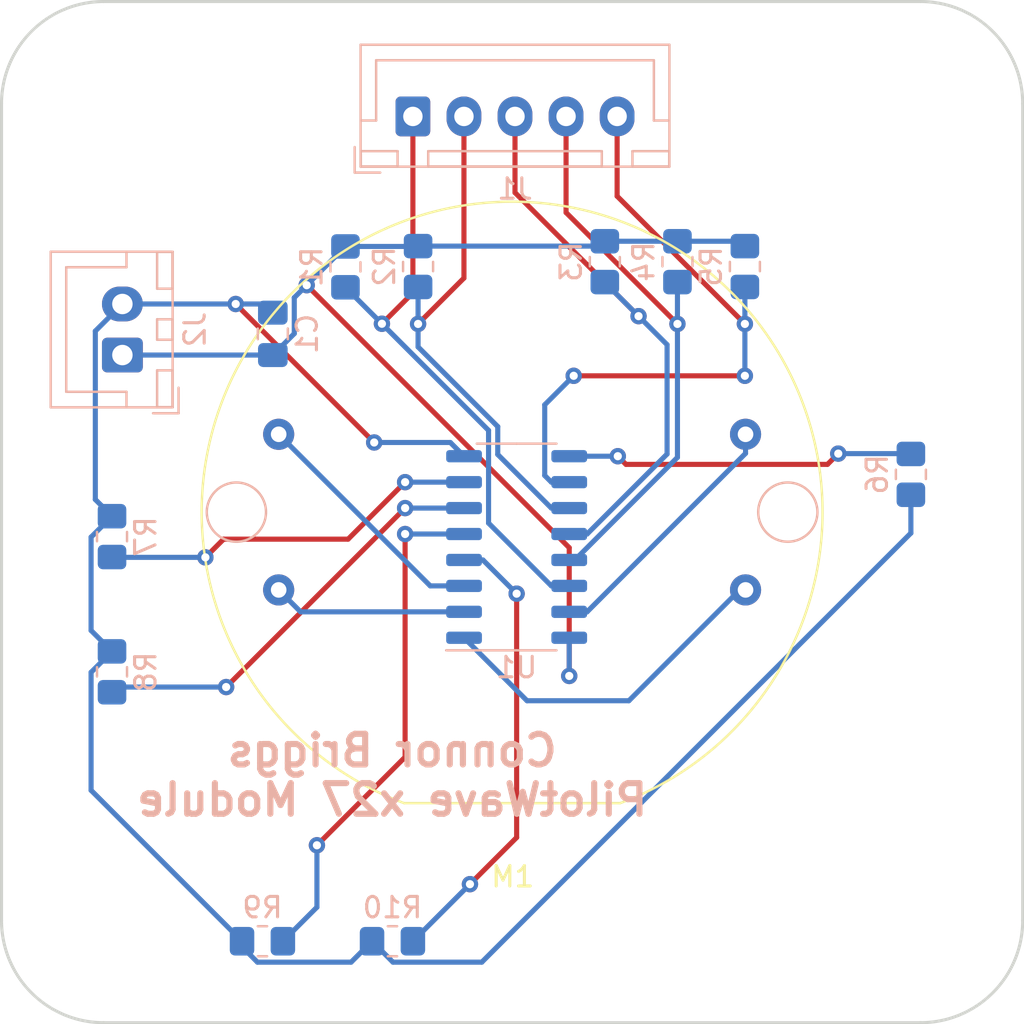
<source format=kicad_pcb>
(kicad_pcb (version 20171130) (host pcbnew 5.1.9+dfsg1-1+deb11u1)

  (general
    (thickness 1.6)
    (drawings 9)
    (tracks 148)
    (zones 0)
    (modules 19)
    (nets 17)
  )

  (page A4)
  (layers
    (0 F.Cu signal)
    (31 B.Cu signal)
    (32 B.Adhes user)
    (33 F.Adhes user)
    (34 B.Paste user)
    (35 F.Paste user)
    (36 B.SilkS user)
    (37 F.SilkS user)
    (38 B.Mask user)
    (39 F.Mask user)
    (40 Dwgs.User user)
    (41 Cmts.User user)
    (42 Eco1.User user)
    (43 Eco2.User user)
    (44 Edge.Cuts user)
    (45 Margin user)
    (46 B.CrtYd user)
    (47 F.CrtYd user)
    (48 B.Fab user)
    (49 F.Fab user)
  )

  (setup
    (last_trace_width 0.25)
    (trace_clearance 0.2)
    (zone_clearance 0.508)
    (zone_45_only no)
    (trace_min 0.2)
    (via_size 0.8)
    (via_drill 0.4)
    (via_min_size 0.4)
    (via_min_drill 0.3)
    (uvia_size 0.3)
    (uvia_drill 0.1)
    (uvias_allowed no)
    (uvia_min_size 0.2)
    (uvia_min_drill 0.1)
    (edge_width 0.05)
    (segment_width 0.2)
    (pcb_text_width 0.3)
    (pcb_text_size 1.5 1.5)
    (mod_edge_width 0.12)
    (mod_text_size 1 1)
    (mod_text_width 0.15)
    (pad_size 1.524 1.524)
    (pad_drill 0.762)
    (pad_to_mask_clearance 0)
    (aux_axis_origin 0 0)
    (visible_elements FFFFFF7F)
    (pcbplotparams
      (layerselection 0x010fc_ffffffff)
      (usegerberextensions false)
      (usegerberattributes true)
      (usegerberadvancedattributes true)
      (creategerberjobfile true)
      (excludeedgelayer true)
      (linewidth 0.100000)
      (plotframeref false)
      (viasonmask false)
      (mode 1)
      (useauxorigin false)
      (hpglpennumber 1)
      (hpglpenspeed 20)
      (hpglpendiameter 15.000000)
      (psnegative false)
      (psa4output false)
      (plotreference true)
      (plotvalue true)
      (plotinvisibletext false)
      (padsonsilk false)
      (subtractmaskfromsilk false)
      (outputformat 1)
      (mirror false)
      (drillshape 1)
      (scaleselection 1)
      (outputdirectory ""))
  )

  (net 0 "")
  (net 1 Earth)
  (net 2 +5V)
  (net 3 "Net-(J1-Pad5)")
  (net 4 "Net-(J1-Pad4)")
  (net 5 "Net-(J1-Pad3)")
  (net 6 "Net-(J1-Pad2)")
  (net 7 "Net-(J1-Pad1)")
  (net 8 "Net-(M1-Pad4)")
  (net 9 "Net-(M1-Pad3)")
  (net 10 "Net-(M1-Pad2)")
  (net 11 "Net-(M1-Pad1)")
  (net 12 "Net-(R6-Pad1)")
  (net 13 "Net-(R7-Pad1)")
  (net 14 "Net-(R8-Pad1)")
  (net 15 "Net-(R9-Pad1)")
  (net 16 "Net-(R10-Pad1)")

  (net_class Default "This is the default net class."
    (clearance 0.2)
    (trace_width 0.25)
    (via_dia 0.8)
    (via_drill 0.4)
    (uvia_dia 0.3)
    (uvia_drill 0.1)
    (add_net +5V)
    (add_net Earth)
    (add_net "Net-(J1-Pad1)")
    (add_net "Net-(J1-Pad2)")
    (add_net "Net-(J1-Pad3)")
    (add_net "Net-(J1-Pad4)")
    (add_net "Net-(J1-Pad5)")
    (add_net "Net-(M1-Pad1)")
    (add_net "Net-(M1-Pad2)")
    (add_net "Net-(M1-Pad3)")
    (add_net "Net-(M1-Pad4)")
    (add_net "Net-(R10-Pad1)")
    (add_net "Net-(R6-Pad1)")
    (add_net "Net-(R7-Pad1)")
    (add_net "Net-(R8-Pad1)")
    (add_net "Net-(R9-Pad1)")
  )

  (module MountingHole:MountingHole_4.3mm_M4_ISO14580 (layer F.Cu) (tedit 56D1B4CB) (tstamp 64CF37CF)
    (at 145 95)
    (descr "Mounting Hole 4.3mm, no annular, M4, ISO14580")
    (tags "mounting hole 4.3mm no annular m4 iso14580")
    (attr virtual)
    (fp_text reference REF** (at 0 -4.5) (layer F.SilkS) hide
      (effects (font (size 1 1) (thickness 0.15)))
    )
    (fp_text value MountingHole_4.3mm_M4_ISO14580 (at 0 4.5) (layer F.Fab) hide
      (effects (font (size 1 1) (thickness 0.15)))
    )
    (fp_text user %R (at 0.3 0) (layer F.Fab)
      (effects (font (size 1 1) (thickness 0.15)))
    )
    (fp_circle (center 0 0) (end 3.5 0) (layer Cmts.User) (width 0.15))
    (fp_circle (center 0 0) (end 3.75 0) (layer F.CrtYd) (width 0.05))
    (pad 1 np_thru_hole circle (at 0 0) (size 4.3 4.3) (drill 4.3) (layers *.Cu *.Mask))
  )

  (module MountingHole:MountingHole_4.3mm_M4_ISO14580 (layer F.Cu) (tedit 56D1B4CB) (tstamp 64CF37B2)
    (at 105 95)
    (descr "Mounting Hole 4.3mm, no annular, M4, ISO14580")
    (tags "mounting hole 4.3mm no annular m4 iso14580")
    (attr virtual)
    (fp_text reference REF** (at 0 -4.5) (layer F.SilkS) hide
      (effects (font (size 1 1) (thickness 0.15)))
    )
    (fp_text value MountingHole_4.3mm_M4_ISO14580 (at 0 4.5) (layer F.Fab) hide
      (effects (font (size 1 1) (thickness 0.15)))
    )
    (fp_text user %R (at 0.3 0) (layer F.Fab)
      (effects (font (size 1 1) (thickness 0.15)))
    )
    (fp_circle (center 0 0) (end 3.5 0) (layer Cmts.User) (width 0.15))
    (fp_circle (center 0 0) (end 3.75 0) (layer F.CrtYd) (width 0.05))
    (pad 1 np_thru_hole circle (at 0 0) (size 4.3 4.3) (drill 4.3) (layers *.Cu *.Mask))
  )

  (module MountingHole:MountingHole_4.3mm_M4_ISO14580 (layer F.Cu) (tedit 56D1B4CB) (tstamp 64CF3795)
    (at 145 55)
    (descr "Mounting Hole 4.3mm, no annular, M4, ISO14580")
    (tags "mounting hole 4.3mm no annular m4 iso14580")
    (attr virtual)
    (fp_text reference REF** (at 0 -4.5) (layer F.SilkS) hide
      (effects (font (size 1 1) (thickness 0.15)))
    )
    (fp_text value MountingHole_4.3mm_M4_ISO14580 (at 0 4.5) (layer F.Fab) hide
      (effects (font (size 1 1) (thickness 0.15)))
    )
    (fp_text user %R (at 0.3 0) (layer F.Fab)
      (effects (font (size 1 1) (thickness 0.15)))
    )
    (fp_circle (center 0 0) (end 3.5 0) (layer Cmts.User) (width 0.15))
    (fp_circle (center 0 0) (end 3.75 0) (layer F.CrtYd) (width 0.05))
    (pad 1 np_thru_hole circle (at 0 0) (size 4.3 4.3) (drill 4.3) (layers *.Cu *.Mask))
  )

  (module MountingHole:MountingHole_4.3mm_M4_ISO14580 (layer F.Cu) (tedit 56D1B4CB) (tstamp 64CF3778)
    (at 105 55)
    (descr "Mounting Hole 4.3mm, no annular, M4, ISO14580")
    (tags "mounting hole 4.3mm no annular m4 iso14580")
    (attr virtual)
    (fp_text reference REF** (at 0 -4.5) (layer F.SilkS) hide
      (effects (font (size 1 1) (thickness 0.15)))
    )
    (fp_text value MountingHole_4.3mm_M4_ISO14580 (at 0 4.5) (layer F.Fab) hide
      (effects (font (size 1 1) (thickness 0.15)))
    )
    (fp_text user %R (at 0.3 0) (layer F.Fab)
      (effects (font (size 1 1) (thickness 0.15)))
    )
    (fp_circle (center 0 0) (end 3.5 0) (layer Cmts.User) (width 0.15))
    (fp_circle (center 0 0) (end 3.75 0) (layer F.CrtYd) (width 0.05))
    (pad 1 np_thru_hole circle (at 0 0) (size 4.3 4.3) (drill 4.3) (layers *.Cu *.Mask))
  )

  (module Motors:Motor_x27-166 (layer F.Cu) (tedit 64CDD066) (tstamp 64CEEA1B)
    (at 125 75)
    (path /64DDC92C)
    (fp_text reference M1 (at 0.03 17.85) (layer F.SilkS)
      (effects (font (size 1 1) (thickness 0.15)))
    )
    (fp_text value x27_Stepper (at -0.02 16.28) (layer F.Fab)
      (effects (font (size 1 1) (thickness 0.15)))
    )
    (fp_arc (start 0 0) (end 5.289376 14.25) (angle -319.3) (layer F.SilkS) (width 0.12))
    (fp_circle (center -13.5 0) (end -12.05 0) (layer B.SilkS) (width 0.12))
    (fp_circle (center 13.5 0) (end 14.95 0) (layer B.SilkS) (width 0.12))
    (fp_line (start -5.289376 14.25) (end 5.289376 14.25) (layer F.SilkS) (width 0.12))
    (pad "" np_thru_hole circle (at 13.5 0) (size 1.85 1.85) (drill 1.85) (layers *.Cu *.Mask))
    (pad "" np_thru_hole circle (at -13.5 0) (size 2 2) (drill 2) (layers *.Cu *.Mask))
    (pad 4 thru_hole circle (at -11.43 -3.81) (size 1.524 1.524) (drill 0.762) (layers *.Cu *.Mask)
      (net 8 "Net-(M1-Pad4)"))
    (pad 3 thru_hole circle (at -11.43 3.81) (size 1.524 1.524) (drill 0.762) (layers *.Cu *.Mask)
      (net 9 "Net-(M1-Pad3)"))
    (pad 2 thru_hole circle (at 11.43 3.81) (size 1.524 1.524) (drill 0.762) (layers *.Cu *.Mask)
      (net 10 "Net-(M1-Pad2)"))
    (pad 1 thru_hole circle (at 11.43 -3.81) (size 1.524 1.524) (drill 0.762) (layers *.Cu *.Mask)
      (net 11 "Net-(M1-Pad1)"))
    (pad "" np_thru_hole circle (at 9 9) (size 2.8 2.8) (drill 2.8) (layers *.Cu *.Mask))
    (pad "" np_thru_hole circle (at 0 -10) (size 4.3 4.3) (drill 4.3) (layers *.Cu *.Mask))
  )

  (module Package_SO:SO-16_3.9x9.9mm_P1.27mm (layer B.Cu) (tedit 5E888720) (tstamp 64CEEAE7)
    (at 125.222 76.708)
    (descr "SO, 16 Pin (https://www.nxp.com/docs/en/package-information/SOT109-1.pdf), generated with kicad-footprint-generator ipc_gullwing_generator.py")
    (tags "SO SO")
    (path /64DDD829)
    (attr smd)
    (fp_text reference U1 (at 0 5.9) (layer B.SilkS)
      (effects (font (size 1 1) (thickness 0.15)) (justify mirror))
    )
    (fp_text value 74HC595 (at 0 -5.9) (layer B.Fab)
      (effects (font (size 1 1) (thickness 0.15)) (justify mirror))
    )
    (fp_text user %R (at 0 0) (layer B.Fab)
      (effects (font (size 0.98 0.98) (thickness 0.15)) (justify mirror))
    )
    (fp_line (start 0 -5.06) (end 1.95 -5.06) (layer B.SilkS) (width 0.12))
    (fp_line (start 0 -5.06) (end -1.95 -5.06) (layer B.SilkS) (width 0.12))
    (fp_line (start 0 5.06) (end 1.95 5.06) (layer B.SilkS) (width 0.12))
    (fp_line (start 0 5.06) (end -3.45 5.06) (layer B.SilkS) (width 0.12))
    (fp_line (start -0.975 4.95) (end 1.95 4.95) (layer B.Fab) (width 0.1))
    (fp_line (start 1.95 4.95) (end 1.95 -4.95) (layer B.Fab) (width 0.1))
    (fp_line (start 1.95 -4.95) (end -1.95 -4.95) (layer B.Fab) (width 0.1))
    (fp_line (start -1.95 -4.95) (end -1.95 3.975) (layer B.Fab) (width 0.1))
    (fp_line (start -1.95 3.975) (end -0.975 4.95) (layer B.Fab) (width 0.1))
    (fp_line (start -3.7 5.2) (end -3.7 -5.2) (layer B.CrtYd) (width 0.05))
    (fp_line (start -3.7 -5.2) (end 3.7 -5.2) (layer B.CrtYd) (width 0.05))
    (fp_line (start 3.7 -5.2) (end 3.7 5.2) (layer B.CrtYd) (width 0.05))
    (fp_line (start 3.7 5.2) (end -3.7 5.2) (layer B.CrtYd) (width 0.05))
    (pad 16 smd roundrect (at 2.575 4.445) (size 1.75 0.6) (layers B.Cu B.Paste B.Mask) (roundrect_rratio 0.25)
      (net 2 +5V))
    (pad 15 smd roundrect (at 2.575 3.175) (size 1.75 0.6) (layers B.Cu B.Paste B.Mask) (roundrect_rratio 0.25)
      (net 11 "Net-(M1-Pad1)"))
    (pad 14 smd roundrect (at 2.575 1.905) (size 1.75 0.6) (layers B.Cu B.Paste B.Mask) (roundrect_rratio 0.25)
      (net 7 "Net-(J1-Pad1)"))
    (pad 13 smd roundrect (at 2.575 0.635) (size 1.75 0.6) (layers B.Cu B.Paste B.Mask) (roundrect_rratio 0.25)
      (net 4 "Net-(J1-Pad4)"))
    (pad 12 smd roundrect (at 2.575 -0.635) (size 1.75 0.6) (layers B.Cu B.Paste B.Mask) (roundrect_rratio 0.25)
      (net 5 "Net-(J1-Pad3)"))
    (pad 11 smd roundrect (at 2.575 -1.905) (size 1.75 0.6) (layers B.Cu B.Paste B.Mask) (roundrect_rratio 0.25)
      (net 6 "Net-(J1-Pad2)"))
    (pad 10 smd roundrect (at 2.575 -3.175) (size 1.75 0.6) (layers B.Cu B.Paste B.Mask) (roundrect_rratio 0.25)
      (net 3 "Net-(J1-Pad5)"))
    (pad 9 smd roundrect (at 2.575 -4.445) (size 1.75 0.6) (layers B.Cu B.Paste B.Mask) (roundrect_rratio 0.25)
      (net 12 "Net-(R6-Pad1)"))
    (pad 8 smd roundrect (at -2.575 -4.445) (size 1.75 0.6) (layers B.Cu B.Paste B.Mask) (roundrect_rratio 0.25)
      (net 1 Earth))
    (pad 7 smd roundrect (at -2.575 -3.175) (size 1.75 0.6) (layers B.Cu B.Paste B.Mask) (roundrect_rratio 0.25)
      (net 13 "Net-(R7-Pad1)"))
    (pad 6 smd roundrect (at -2.575 -1.905) (size 1.75 0.6) (layers B.Cu B.Paste B.Mask) (roundrect_rratio 0.25)
      (net 14 "Net-(R8-Pad1)"))
    (pad 5 smd roundrect (at -2.575 -0.635) (size 1.75 0.6) (layers B.Cu B.Paste B.Mask) (roundrect_rratio 0.25)
      (net 15 "Net-(R9-Pad1)"))
    (pad 4 smd roundrect (at -2.575 0.635) (size 1.75 0.6) (layers B.Cu B.Paste B.Mask) (roundrect_rratio 0.25)
      (net 16 "Net-(R10-Pad1)"))
    (pad 3 smd roundrect (at -2.575 1.905) (size 1.75 0.6) (layers B.Cu B.Paste B.Mask) (roundrect_rratio 0.25)
      (net 8 "Net-(M1-Pad4)"))
    (pad 2 smd roundrect (at -2.575 3.175) (size 1.75 0.6) (layers B.Cu B.Paste B.Mask) (roundrect_rratio 0.25)
      (net 9 "Net-(M1-Pad3)"))
    (pad 1 smd roundrect (at -2.575 4.445) (size 1.75 0.6) (layers B.Cu B.Paste B.Mask) (roundrect_rratio 0.25)
      (net 10 "Net-(M1-Pad2)"))
    (model ${KISYS3DMOD}/Package_SO.3dshapes/SO-16_3.9x9.9mm_P1.27mm.wrl
      (at (xyz 0 0 0))
      (scale (xyz 1 1 1))
      (rotate (xyz 0 0 0))
    )
  )

  (module Resistor_SMD:R_0805_2012Metric_Pad1.20x1.40mm_HandSolder (layer B.Cu) (tedit 5F68FEEE) (tstamp 64CEEAC5)
    (at 119.142 96.012 180)
    (descr "Resistor SMD 0805 (2012 Metric), square (rectangular) end terminal, IPC_7351 nominal with elongated pad for handsoldering. (Body size source: IPC-SM-782 page 72, https://www.pcb-3d.com/wordpress/wp-content/uploads/ipc-sm-782a_amendment_1_and_2.pdf), generated with kicad-footprint-generator")
    (tags "resistor handsolder")
    (path /64E029C8)
    (attr smd)
    (fp_text reference R10 (at 0 1.65) (layer B.SilkS)
      (effects (font (size 1 1) (thickness 0.15)) (justify mirror))
    )
    (fp_text value 1K (at 0 -1.65) (layer B.Fab)
      (effects (font (size 1 1) (thickness 0.15)) (justify mirror))
    )
    (fp_text user %R (at 0 0) (layer B.Fab)
      (effects (font (size 0.5 0.5) (thickness 0.08)) (justify mirror))
    )
    (fp_line (start -1 -0.625) (end -1 0.625) (layer B.Fab) (width 0.1))
    (fp_line (start -1 0.625) (end 1 0.625) (layer B.Fab) (width 0.1))
    (fp_line (start 1 0.625) (end 1 -0.625) (layer B.Fab) (width 0.1))
    (fp_line (start 1 -0.625) (end -1 -0.625) (layer B.Fab) (width 0.1))
    (fp_line (start -0.227064 0.735) (end 0.227064 0.735) (layer B.SilkS) (width 0.12))
    (fp_line (start -0.227064 -0.735) (end 0.227064 -0.735) (layer B.SilkS) (width 0.12))
    (fp_line (start -1.85 -0.95) (end -1.85 0.95) (layer B.CrtYd) (width 0.05))
    (fp_line (start -1.85 0.95) (end 1.85 0.95) (layer B.CrtYd) (width 0.05))
    (fp_line (start 1.85 0.95) (end 1.85 -0.95) (layer B.CrtYd) (width 0.05))
    (fp_line (start 1.85 -0.95) (end -1.85 -0.95) (layer B.CrtYd) (width 0.05))
    (pad 2 smd roundrect (at 1 0 180) (size 1.2 1.4) (layers B.Cu B.Paste B.Mask) (roundrect_rratio 0.208333)
      (net 1 Earth))
    (pad 1 smd roundrect (at -1 0 180) (size 1.2 1.4) (layers B.Cu B.Paste B.Mask) (roundrect_rratio 0.208333)
      (net 16 "Net-(R10-Pad1)"))
    (model ${KISYS3DMOD}/Resistor_SMD.3dshapes/R_0805_2012Metric.wrl
      (at (xyz 0 0 0))
      (scale (xyz 1 1 1))
      (rotate (xyz 0 0 0))
    )
  )

  (module Resistor_SMD:R_0805_2012Metric_Pad1.20x1.40mm_HandSolder (layer B.Cu) (tedit 5F68FEEE) (tstamp 64CEEAB4)
    (at 112.776 96.012 180)
    (descr "Resistor SMD 0805 (2012 Metric), square (rectangular) end terminal, IPC_7351 nominal with elongated pad for handsoldering. (Body size source: IPC-SM-782 page 72, https://www.pcb-3d.com/wordpress/wp-content/uploads/ipc-sm-782a_amendment_1_and_2.pdf), generated with kicad-footprint-generator")
    (tags "resistor handsolder")
    (path /64E02345)
    (attr smd)
    (fp_text reference R9 (at 0 1.65) (layer B.SilkS)
      (effects (font (size 1 1) (thickness 0.15)) (justify mirror))
    )
    (fp_text value 1K (at 0 -1.65) (layer B.Fab)
      (effects (font (size 1 1) (thickness 0.15)) (justify mirror))
    )
    (fp_text user %R (at 0 0) (layer B.Fab)
      (effects (font (size 0.5 0.5) (thickness 0.08)) (justify mirror))
    )
    (fp_line (start -1 -0.625) (end -1 0.625) (layer B.Fab) (width 0.1))
    (fp_line (start -1 0.625) (end 1 0.625) (layer B.Fab) (width 0.1))
    (fp_line (start 1 0.625) (end 1 -0.625) (layer B.Fab) (width 0.1))
    (fp_line (start 1 -0.625) (end -1 -0.625) (layer B.Fab) (width 0.1))
    (fp_line (start -0.227064 0.735) (end 0.227064 0.735) (layer B.SilkS) (width 0.12))
    (fp_line (start -0.227064 -0.735) (end 0.227064 -0.735) (layer B.SilkS) (width 0.12))
    (fp_line (start -1.85 -0.95) (end -1.85 0.95) (layer B.CrtYd) (width 0.05))
    (fp_line (start -1.85 0.95) (end 1.85 0.95) (layer B.CrtYd) (width 0.05))
    (fp_line (start 1.85 0.95) (end 1.85 -0.95) (layer B.CrtYd) (width 0.05))
    (fp_line (start 1.85 -0.95) (end -1.85 -0.95) (layer B.CrtYd) (width 0.05))
    (pad 2 smd roundrect (at 1 0 180) (size 1.2 1.4) (layers B.Cu B.Paste B.Mask) (roundrect_rratio 0.208333)
      (net 1 Earth))
    (pad 1 smd roundrect (at -1 0 180) (size 1.2 1.4) (layers B.Cu B.Paste B.Mask) (roundrect_rratio 0.208333)
      (net 15 "Net-(R9-Pad1)"))
    (model ${KISYS3DMOD}/Resistor_SMD.3dshapes/R_0805_2012Metric.wrl
      (at (xyz 0 0 0))
      (scale (xyz 1 1 1))
      (rotate (xyz 0 0 0))
    )
  )

  (module Resistor_SMD:R_0805_2012Metric_Pad1.20x1.40mm_HandSolder (layer B.Cu) (tedit 5F68FEEE) (tstamp 64CEEAA3)
    (at 105.41 82.82 90)
    (descr "Resistor SMD 0805 (2012 Metric), square (rectangular) end terminal, IPC_7351 nominal with elongated pad for handsoldering. (Body size source: IPC-SM-782 page 72, https://www.pcb-3d.com/wordpress/wp-content/uploads/ipc-sm-782a_amendment_1_and_2.pdf), generated with kicad-footprint-generator")
    (tags "resistor handsolder")
    (path /64E015BC)
    (attr smd)
    (fp_text reference R8 (at 0 1.65 90) (layer B.SilkS)
      (effects (font (size 1 1) (thickness 0.15)) (justify mirror))
    )
    (fp_text value 1K (at 0 -1.65 90) (layer B.Fab)
      (effects (font (size 1 1) (thickness 0.15)) (justify mirror))
    )
    (fp_text user %R (at 0 0 90) (layer B.Fab)
      (effects (font (size 0.5 0.5) (thickness 0.08)) (justify mirror))
    )
    (fp_line (start -1 -0.625) (end -1 0.625) (layer B.Fab) (width 0.1))
    (fp_line (start -1 0.625) (end 1 0.625) (layer B.Fab) (width 0.1))
    (fp_line (start 1 0.625) (end 1 -0.625) (layer B.Fab) (width 0.1))
    (fp_line (start 1 -0.625) (end -1 -0.625) (layer B.Fab) (width 0.1))
    (fp_line (start -0.227064 0.735) (end 0.227064 0.735) (layer B.SilkS) (width 0.12))
    (fp_line (start -0.227064 -0.735) (end 0.227064 -0.735) (layer B.SilkS) (width 0.12))
    (fp_line (start -1.85 -0.95) (end -1.85 0.95) (layer B.CrtYd) (width 0.05))
    (fp_line (start -1.85 0.95) (end 1.85 0.95) (layer B.CrtYd) (width 0.05))
    (fp_line (start 1.85 0.95) (end 1.85 -0.95) (layer B.CrtYd) (width 0.05))
    (fp_line (start 1.85 -0.95) (end -1.85 -0.95) (layer B.CrtYd) (width 0.05))
    (pad 2 smd roundrect (at 1 0 90) (size 1.2 1.4) (layers B.Cu B.Paste B.Mask) (roundrect_rratio 0.208333)
      (net 1 Earth))
    (pad 1 smd roundrect (at -1 0 90) (size 1.2 1.4) (layers B.Cu B.Paste B.Mask) (roundrect_rratio 0.208333)
      (net 14 "Net-(R8-Pad1)"))
    (model ${KISYS3DMOD}/Resistor_SMD.3dshapes/R_0805_2012Metric.wrl
      (at (xyz 0 0 0))
      (scale (xyz 1 1 1))
      (rotate (xyz 0 0 0))
    )
  )

  (module Resistor_SMD:R_0805_2012Metric_Pad1.20x1.40mm_HandSolder (layer B.Cu) (tedit 5F68FEEE) (tstamp 64CEEA92)
    (at 105.41 76.2 90)
    (descr "Resistor SMD 0805 (2012 Metric), square (rectangular) end terminal, IPC_7351 nominal with elongated pad for handsoldering. (Body size source: IPC-SM-782 page 72, https://www.pcb-3d.com/wordpress/wp-content/uploads/ipc-sm-782a_amendment_1_and_2.pdf), generated with kicad-footprint-generator")
    (tags "resistor handsolder")
    (path /64E00E6B)
    (attr smd)
    (fp_text reference R7 (at 0 1.65 90) (layer B.SilkS)
      (effects (font (size 1 1) (thickness 0.15)) (justify mirror))
    )
    (fp_text value 1K (at 0 -1.65 90) (layer B.Fab)
      (effects (font (size 1 1) (thickness 0.15)) (justify mirror))
    )
    (fp_text user %R (at 0 0 90) (layer B.Fab)
      (effects (font (size 0.5 0.5) (thickness 0.08)) (justify mirror))
    )
    (fp_line (start -1 -0.625) (end -1 0.625) (layer B.Fab) (width 0.1))
    (fp_line (start -1 0.625) (end 1 0.625) (layer B.Fab) (width 0.1))
    (fp_line (start 1 0.625) (end 1 -0.625) (layer B.Fab) (width 0.1))
    (fp_line (start 1 -0.625) (end -1 -0.625) (layer B.Fab) (width 0.1))
    (fp_line (start -0.227064 0.735) (end 0.227064 0.735) (layer B.SilkS) (width 0.12))
    (fp_line (start -0.227064 -0.735) (end 0.227064 -0.735) (layer B.SilkS) (width 0.12))
    (fp_line (start -1.85 -0.95) (end -1.85 0.95) (layer B.CrtYd) (width 0.05))
    (fp_line (start -1.85 0.95) (end 1.85 0.95) (layer B.CrtYd) (width 0.05))
    (fp_line (start 1.85 0.95) (end 1.85 -0.95) (layer B.CrtYd) (width 0.05))
    (fp_line (start 1.85 -0.95) (end -1.85 -0.95) (layer B.CrtYd) (width 0.05))
    (pad 2 smd roundrect (at 1 0 90) (size 1.2 1.4) (layers B.Cu B.Paste B.Mask) (roundrect_rratio 0.208333)
      (net 1 Earth))
    (pad 1 smd roundrect (at -1 0 90) (size 1.2 1.4) (layers B.Cu B.Paste B.Mask) (roundrect_rratio 0.208333)
      (net 13 "Net-(R7-Pad1)"))
    (model ${KISYS3DMOD}/Resistor_SMD.3dshapes/R_0805_2012Metric.wrl
      (at (xyz 0 0 0))
      (scale (xyz 1 1 1))
      (rotate (xyz 0 0 0))
    )
  )

  (module Resistor_SMD:R_0805_2012Metric_Pad1.20x1.40mm_HandSolder (layer B.Cu) (tedit 5F68FEEE) (tstamp 64CEEA81)
    (at 144.526 73.152 270)
    (descr "Resistor SMD 0805 (2012 Metric), square (rectangular) end terminal, IPC_7351 nominal with elongated pad for handsoldering. (Body size source: IPC-SM-782 page 72, https://www.pcb-3d.com/wordpress/wp-content/uploads/ipc-sm-782a_amendment_1_and_2.pdf), generated with kicad-footprint-generator")
    (tags "resistor handsolder")
    (path /64E00869)
    (attr smd)
    (fp_text reference R6 (at 0 1.65 90) (layer B.SilkS)
      (effects (font (size 1 1) (thickness 0.15)) (justify mirror))
    )
    (fp_text value 1K (at 0 -1.65 90) (layer B.Fab)
      (effects (font (size 1 1) (thickness 0.15)) (justify mirror))
    )
    (fp_text user %R (at 0 0 90) (layer B.Fab)
      (effects (font (size 0.5 0.5) (thickness 0.08)) (justify mirror))
    )
    (fp_line (start -1 -0.625) (end -1 0.625) (layer B.Fab) (width 0.1))
    (fp_line (start -1 0.625) (end 1 0.625) (layer B.Fab) (width 0.1))
    (fp_line (start 1 0.625) (end 1 -0.625) (layer B.Fab) (width 0.1))
    (fp_line (start 1 -0.625) (end -1 -0.625) (layer B.Fab) (width 0.1))
    (fp_line (start -0.227064 0.735) (end 0.227064 0.735) (layer B.SilkS) (width 0.12))
    (fp_line (start -0.227064 -0.735) (end 0.227064 -0.735) (layer B.SilkS) (width 0.12))
    (fp_line (start -1.85 -0.95) (end -1.85 0.95) (layer B.CrtYd) (width 0.05))
    (fp_line (start -1.85 0.95) (end 1.85 0.95) (layer B.CrtYd) (width 0.05))
    (fp_line (start 1.85 0.95) (end 1.85 -0.95) (layer B.CrtYd) (width 0.05))
    (fp_line (start 1.85 -0.95) (end -1.85 -0.95) (layer B.CrtYd) (width 0.05))
    (pad 2 smd roundrect (at 1 0 270) (size 1.2 1.4) (layers B.Cu B.Paste B.Mask) (roundrect_rratio 0.208333)
      (net 1 Earth))
    (pad 1 smd roundrect (at -1 0 270) (size 1.2 1.4) (layers B.Cu B.Paste B.Mask) (roundrect_rratio 0.208333)
      (net 12 "Net-(R6-Pad1)"))
    (model ${KISYS3DMOD}/Resistor_SMD.3dshapes/R_0805_2012Metric.wrl
      (at (xyz 0 0 0))
      (scale (xyz 1 1 1))
      (rotate (xyz 0 0 0))
    )
  )

  (module Resistor_SMD:R_0805_2012Metric_Pad1.20x1.40mm_HandSolder (layer B.Cu) (tedit 5F68FEEE) (tstamp 64CEEA70)
    (at 136.398 62.976 270)
    (descr "Resistor SMD 0805 (2012 Metric), square (rectangular) end terminal, IPC_7351 nominal with elongated pad for handsoldering. (Body size source: IPC-SM-782 page 72, https://www.pcb-3d.com/wordpress/wp-content/uploads/ipc-sm-782a_amendment_1_and_2.pdf), generated with kicad-footprint-generator")
    (tags "resistor handsolder")
    (path /64DF3526)
    (attr smd)
    (fp_text reference R5 (at 0 1.65 270) (layer B.SilkS)
      (effects (font (size 1 1) (thickness 0.15)) (justify mirror))
    )
    (fp_text value 10K (at 0 -1.65 270) (layer B.Fab)
      (effects (font (size 1 1) (thickness 0.15)) (justify mirror))
    )
    (fp_text user %R (at 0 0 270) (layer B.Fab)
      (effects (font (size 0.5 0.5) (thickness 0.08)) (justify mirror))
    )
    (fp_line (start -1 -0.625) (end -1 0.625) (layer B.Fab) (width 0.1))
    (fp_line (start -1 0.625) (end 1 0.625) (layer B.Fab) (width 0.1))
    (fp_line (start 1 0.625) (end 1 -0.625) (layer B.Fab) (width 0.1))
    (fp_line (start 1 -0.625) (end -1 -0.625) (layer B.Fab) (width 0.1))
    (fp_line (start -0.227064 0.735) (end 0.227064 0.735) (layer B.SilkS) (width 0.12))
    (fp_line (start -0.227064 -0.735) (end 0.227064 -0.735) (layer B.SilkS) (width 0.12))
    (fp_line (start -1.85 -0.95) (end -1.85 0.95) (layer B.CrtYd) (width 0.05))
    (fp_line (start -1.85 0.95) (end 1.85 0.95) (layer B.CrtYd) (width 0.05))
    (fp_line (start 1.85 0.95) (end 1.85 -0.95) (layer B.CrtYd) (width 0.05))
    (fp_line (start 1.85 -0.95) (end -1.85 -0.95) (layer B.CrtYd) (width 0.05))
    (pad 2 smd roundrect (at 1 0 270) (size 1.2 1.4) (layers B.Cu B.Paste B.Mask) (roundrect_rratio 0.208333)
      (net 3 "Net-(J1-Pad5)"))
    (pad 1 smd roundrect (at -1 0 270) (size 1.2 1.4) (layers B.Cu B.Paste B.Mask) (roundrect_rratio 0.208333)
      (net 2 +5V))
    (model ${KISYS3DMOD}/Resistor_SMD.3dshapes/R_0805_2012Metric.wrl
      (at (xyz 0 0 0))
      (scale (xyz 1 1 1))
      (rotate (xyz 0 0 0))
    )
  )

  (module Resistor_SMD:R_0805_2012Metric_Pad1.20x1.40mm_HandSolder (layer B.Cu) (tedit 5F68FEEE) (tstamp 64CEEA5F)
    (at 133.096 62.738 270)
    (descr "Resistor SMD 0805 (2012 Metric), square (rectangular) end terminal, IPC_7351 nominal with elongated pad for handsoldering. (Body size source: IPC-SM-782 page 72, https://www.pcb-3d.com/wordpress/wp-content/uploads/ipc-sm-782a_amendment_1_and_2.pdf), generated with kicad-footprint-generator")
    (tags "resistor handsolder")
    (path /64DF3134)
    (attr smd)
    (fp_text reference R4 (at 0 1.65 90) (layer B.SilkS)
      (effects (font (size 1 1) (thickness 0.15)) (justify mirror))
    )
    (fp_text value 10K (at 0 -1.65 90) (layer B.Fab)
      (effects (font (size 1 1) (thickness 0.15)) (justify mirror))
    )
    (fp_text user %R (at 0 0 90) (layer B.Fab)
      (effects (font (size 0.5 0.5) (thickness 0.08)) (justify mirror))
    )
    (fp_line (start -1 -0.625) (end -1 0.625) (layer B.Fab) (width 0.1))
    (fp_line (start -1 0.625) (end 1 0.625) (layer B.Fab) (width 0.1))
    (fp_line (start 1 0.625) (end 1 -0.625) (layer B.Fab) (width 0.1))
    (fp_line (start 1 -0.625) (end -1 -0.625) (layer B.Fab) (width 0.1))
    (fp_line (start -0.227064 0.735) (end 0.227064 0.735) (layer B.SilkS) (width 0.12))
    (fp_line (start -0.227064 -0.735) (end 0.227064 -0.735) (layer B.SilkS) (width 0.12))
    (fp_line (start -1.85 -0.95) (end -1.85 0.95) (layer B.CrtYd) (width 0.05))
    (fp_line (start -1.85 0.95) (end 1.85 0.95) (layer B.CrtYd) (width 0.05))
    (fp_line (start 1.85 0.95) (end 1.85 -0.95) (layer B.CrtYd) (width 0.05))
    (fp_line (start 1.85 -0.95) (end -1.85 -0.95) (layer B.CrtYd) (width 0.05))
    (pad 2 smd roundrect (at 1 0 270) (size 1.2 1.4) (layers B.Cu B.Paste B.Mask) (roundrect_rratio 0.208333)
      (net 4 "Net-(J1-Pad4)"))
    (pad 1 smd roundrect (at -1 0 270) (size 1.2 1.4) (layers B.Cu B.Paste B.Mask) (roundrect_rratio 0.208333)
      (net 2 +5V))
    (model ${KISYS3DMOD}/Resistor_SMD.3dshapes/R_0805_2012Metric.wrl
      (at (xyz 0 0 0))
      (scale (xyz 1 1 1))
      (rotate (xyz 0 0 0))
    )
  )

  (module Resistor_SMD:R_0805_2012Metric_Pad1.20x1.40mm_HandSolder (layer B.Cu) (tedit 5F68FEEE) (tstamp 64CEEA4E)
    (at 129.54 62.738 270)
    (descr "Resistor SMD 0805 (2012 Metric), square (rectangular) end terminal, IPC_7351 nominal with elongated pad for handsoldering. (Body size source: IPC-SM-782 page 72, https://www.pcb-3d.com/wordpress/wp-content/uploads/ipc-sm-782a_amendment_1_and_2.pdf), generated with kicad-footprint-generator")
    (tags "resistor handsolder")
    (path /64DE7EB6)
    (attr smd)
    (fp_text reference R3 (at 0 1.65 90) (layer B.SilkS)
      (effects (font (size 1 1) (thickness 0.15)) (justify mirror))
    )
    (fp_text value 10K (at 0 -1.65 90) (layer B.Fab)
      (effects (font (size 1 1) (thickness 0.15)) (justify mirror))
    )
    (fp_text user %R (at 0 0 90) (layer B.Fab)
      (effects (font (size 0.5 0.5) (thickness 0.08)) (justify mirror))
    )
    (fp_line (start -1 -0.625) (end -1 0.625) (layer B.Fab) (width 0.1))
    (fp_line (start -1 0.625) (end 1 0.625) (layer B.Fab) (width 0.1))
    (fp_line (start 1 0.625) (end 1 -0.625) (layer B.Fab) (width 0.1))
    (fp_line (start 1 -0.625) (end -1 -0.625) (layer B.Fab) (width 0.1))
    (fp_line (start -0.227064 0.735) (end 0.227064 0.735) (layer B.SilkS) (width 0.12))
    (fp_line (start -0.227064 -0.735) (end 0.227064 -0.735) (layer B.SilkS) (width 0.12))
    (fp_line (start -1.85 -0.95) (end -1.85 0.95) (layer B.CrtYd) (width 0.05))
    (fp_line (start -1.85 0.95) (end 1.85 0.95) (layer B.CrtYd) (width 0.05))
    (fp_line (start 1.85 0.95) (end 1.85 -0.95) (layer B.CrtYd) (width 0.05))
    (fp_line (start 1.85 -0.95) (end -1.85 -0.95) (layer B.CrtYd) (width 0.05))
    (pad 2 smd roundrect (at 1 0 270) (size 1.2 1.4) (layers B.Cu B.Paste B.Mask) (roundrect_rratio 0.208333)
      (net 5 "Net-(J1-Pad3)"))
    (pad 1 smd roundrect (at -1 0 270) (size 1.2 1.4) (layers B.Cu B.Paste B.Mask) (roundrect_rratio 0.208333)
      (net 2 +5V))
    (model ${KISYS3DMOD}/Resistor_SMD.3dshapes/R_0805_2012Metric.wrl
      (at (xyz 0 0 0))
      (scale (xyz 1 1 1))
      (rotate (xyz 0 0 0))
    )
  )

  (module Resistor_SMD:R_0805_2012Metric_Pad1.20x1.40mm_HandSolder (layer B.Cu) (tedit 5F68FEEE) (tstamp 64CEEA3D)
    (at 120.396 62.976 270)
    (descr "Resistor SMD 0805 (2012 Metric), square (rectangular) end terminal, IPC_7351 nominal with elongated pad for handsoldering. (Body size source: IPC-SM-782 page 72, https://www.pcb-3d.com/wordpress/wp-content/uploads/ipc-sm-782a_amendment_1_and_2.pdf), generated with kicad-footprint-generator")
    (tags "resistor handsolder")
    (path /64DE7AE0)
    (attr smd)
    (fp_text reference R2 (at 0 1.65 90) (layer B.SilkS)
      (effects (font (size 1 1) (thickness 0.15)) (justify mirror))
    )
    (fp_text value 10K (at 0 -1.65 90) (layer B.Fab)
      (effects (font (size 1 1) (thickness 0.15)) (justify mirror))
    )
    (fp_text user %R (at 0 0 90) (layer B.Fab)
      (effects (font (size 0.5 0.5) (thickness 0.08)) (justify mirror))
    )
    (fp_line (start -1 -0.625) (end -1 0.625) (layer B.Fab) (width 0.1))
    (fp_line (start -1 0.625) (end 1 0.625) (layer B.Fab) (width 0.1))
    (fp_line (start 1 0.625) (end 1 -0.625) (layer B.Fab) (width 0.1))
    (fp_line (start 1 -0.625) (end -1 -0.625) (layer B.Fab) (width 0.1))
    (fp_line (start -0.227064 0.735) (end 0.227064 0.735) (layer B.SilkS) (width 0.12))
    (fp_line (start -0.227064 -0.735) (end 0.227064 -0.735) (layer B.SilkS) (width 0.12))
    (fp_line (start -1.85 -0.95) (end -1.85 0.95) (layer B.CrtYd) (width 0.05))
    (fp_line (start -1.85 0.95) (end 1.85 0.95) (layer B.CrtYd) (width 0.05))
    (fp_line (start 1.85 0.95) (end 1.85 -0.95) (layer B.CrtYd) (width 0.05))
    (fp_line (start 1.85 -0.95) (end -1.85 -0.95) (layer B.CrtYd) (width 0.05))
    (pad 2 smd roundrect (at 1 0 270) (size 1.2 1.4) (layers B.Cu B.Paste B.Mask) (roundrect_rratio 0.208333)
      (net 6 "Net-(J1-Pad2)"))
    (pad 1 smd roundrect (at -1 0 270) (size 1.2 1.4) (layers B.Cu B.Paste B.Mask) (roundrect_rratio 0.208333)
      (net 2 +5V))
    (model ${KISYS3DMOD}/Resistor_SMD.3dshapes/R_0805_2012Metric.wrl
      (at (xyz 0 0 0))
      (scale (xyz 1 1 1))
      (rotate (xyz 0 0 0))
    )
  )

  (module Resistor_SMD:R_0805_2012Metric_Pad1.20x1.40mm_HandSolder (layer B.Cu) (tedit 5F68FEEE) (tstamp 64CEEA2C)
    (at 116.84 62.992 270)
    (descr "Resistor SMD 0805 (2012 Metric), square (rectangular) end terminal, IPC_7351 nominal with elongated pad for handsoldering. (Body size source: IPC-SM-782 page 72, https://www.pcb-3d.com/wordpress/wp-content/uploads/ipc-sm-782a_amendment_1_and_2.pdf), generated with kicad-footprint-generator")
    (tags "resistor handsolder")
    (path /64DE75A6)
    (attr smd)
    (fp_text reference R1 (at 0 1.65 270) (layer B.SilkS)
      (effects (font (size 1 1) (thickness 0.15)) (justify mirror))
    )
    (fp_text value 10K (at 0 -1.65 270) (layer B.Fab)
      (effects (font (size 1 1) (thickness 0.15)) (justify mirror))
    )
    (fp_text user %R (at 0 0 270) (layer B.Fab)
      (effects (font (size 0.5 0.5) (thickness 0.08)) (justify mirror))
    )
    (fp_line (start -1 -0.625) (end -1 0.625) (layer B.Fab) (width 0.1))
    (fp_line (start -1 0.625) (end 1 0.625) (layer B.Fab) (width 0.1))
    (fp_line (start 1 0.625) (end 1 -0.625) (layer B.Fab) (width 0.1))
    (fp_line (start 1 -0.625) (end -1 -0.625) (layer B.Fab) (width 0.1))
    (fp_line (start -0.227064 0.735) (end 0.227064 0.735) (layer B.SilkS) (width 0.12))
    (fp_line (start -0.227064 -0.735) (end 0.227064 -0.735) (layer B.SilkS) (width 0.12))
    (fp_line (start -1.85 -0.95) (end -1.85 0.95) (layer B.CrtYd) (width 0.05))
    (fp_line (start -1.85 0.95) (end 1.85 0.95) (layer B.CrtYd) (width 0.05))
    (fp_line (start 1.85 0.95) (end 1.85 -0.95) (layer B.CrtYd) (width 0.05))
    (fp_line (start 1.85 -0.95) (end -1.85 -0.95) (layer B.CrtYd) (width 0.05))
    (pad 2 smd roundrect (at 1 0 270) (size 1.2 1.4) (layers B.Cu B.Paste B.Mask) (roundrect_rratio 0.208333)
      (net 7 "Net-(J1-Pad1)"))
    (pad 1 smd roundrect (at -1 0 270) (size 1.2 1.4) (layers B.Cu B.Paste B.Mask) (roundrect_rratio 0.208333)
      (net 2 +5V))
    (model ${KISYS3DMOD}/Resistor_SMD.3dshapes/R_0805_2012Metric.wrl
      (at (xyz 0 0 0))
      (scale (xyz 1 1 1))
      (rotate (xyz 0 0 0))
    )
  )

  (module Connector_JST:JST_XH_B2B-XH-A_1x02_P2.50mm_Vertical (layer B.Cu) (tedit 5C28146C) (tstamp 64CEEA0B)
    (at 105.918 67.31 90)
    (descr "JST XH series connector, B2B-XH-A (http://www.jst-mfg.com/product/pdf/eng/eXH.pdf), generated with kicad-footprint-generator")
    (tags "connector JST XH vertical")
    (path /64DE0701)
    (fp_text reference J2 (at 1.25 3.55 90) (layer B.SilkS)
      (effects (font (size 1 1) (thickness 0.15)) (justify mirror))
    )
    (fp_text value 5V (at 1.25 -4.6 90) (layer B.Fab)
      (effects (font (size 1 1) (thickness 0.15)) (justify mirror))
    )
    (fp_text user %R (at 1.25 -2.7 90) (layer B.Fab)
      (effects (font (size 1 1) (thickness 0.15)) (justify mirror))
    )
    (fp_line (start -2.45 2.35) (end -2.45 -3.4) (layer B.Fab) (width 0.1))
    (fp_line (start -2.45 -3.4) (end 4.95 -3.4) (layer B.Fab) (width 0.1))
    (fp_line (start 4.95 -3.4) (end 4.95 2.35) (layer B.Fab) (width 0.1))
    (fp_line (start 4.95 2.35) (end -2.45 2.35) (layer B.Fab) (width 0.1))
    (fp_line (start -2.56 2.46) (end -2.56 -3.51) (layer B.SilkS) (width 0.12))
    (fp_line (start -2.56 -3.51) (end 5.06 -3.51) (layer B.SilkS) (width 0.12))
    (fp_line (start 5.06 -3.51) (end 5.06 2.46) (layer B.SilkS) (width 0.12))
    (fp_line (start 5.06 2.46) (end -2.56 2.46) (layer B.SilkS) (width 0.12))
    (fp_line (start -2.95 2.85) (end -2.95 -3.9) (layer B.CrtYd) (width 0.05))
    (fp_line (start -2.95 -3.9) (end 5.45 -3.9) (layer B.CrtYd) (width 0.05))
    (fp_line (start 5.45 -3.9) (end 5.45 2.85) (layer B.CrtYd) (width 0.05))
    (fp_line (start 5.45 2.85) (end -2.95 2.85) (layer B.CrtYd) (width 0.05))
    (fp_line (start -0.625 2.35) (end 0 1.35) (layer B.Fab) (width 0.1))
    (fp_line (start 0 1.35) (end 0.625 2.35) (layer B.Fab) (width 0.1))
    (fp_line (start 0.75 2.45) (end 0.75 1.7) (layer B.SilkS) (width 0.12))
    (fp_line (start 0.75 1.7) (end 1.75 1.7) (layer B.SilkS) (width 0.12))
    (fp_line (start 1.75 1.7) (end 1.75 2.45) (layer B.SilkS) (width 0.12))
    (fp_line (start 1.75 2.45) (end 0.75 2.45) (layer B.SilkS) (width 0.12))
    (fp_line (start -2.55 2.45) (end -2.55 1.7) (layer B.SilkS) (width 0.12))
    (fp_line (start -2.55 1.7) (end -0.75 1.7) (layer B.SilkS) (width 0.12))
    (fp_line (start -0.75 1.7) (end -0.75 2.45) (layer B.SilkS) (width 0.12))
    (fp_line (start -0.75 2.45) (end -2.55 2.45) (layer B.SilkS) (width 0.12))
    (fp_line (start 3.25 2.45) (end 3.25 1.7) (layer B.SilkS) (width 0.12))
    (fp_line (start 3.25 1.7) (end 5.05 1.7) (layer B.SilkS) (width 0.12))
    (fp_line (start 5.05 1.7) (end 5.05 2.45) (layer B.SilkS) (width 0.12))
    (fp_line (start 5.05 2.45) (end 3.25 2.45) (layer B.SilkS) (width 0.12))
    (fp_line (start -2.55 0.2) (end -1.8 0.2) (layer B.SilkS) (width 0.12))
    (fp_line (start -1.8 0.2) (end -1.8 -2.75) (layer B.SilkS) (width 0.12))
    (fp_line (start -1.8 -2.75) (end 1.25 -2.75) (layer B.SilkS) (width 0.12))
    (fp_line (start 5.05 0.2) (end 4.3 0.2) (layer B.SilkS) (width 0.12))
    (fp_line (start 4.3 0.2) (end 4.3 -2.75) (layer B.SilkS) (width 0.12))
    (fp_line (start 4.3 -2.75) (end 1.25 -2.75) (layer B.SilkS) (width 0.12))
    (fp_line (start -1.6 2.75) (end -2.85 2.75) (layer B.SilkS) (width 0.12))
    (fp_line (start -2.85 2.75) (end -2.85 1.5) (layer B.SilkS) (width 0.12))
    (pad 2 thru_hole oval (at 2.5 0 90) (size 1.7 2) (drill 1) (layers *.Cu *.Mask)
      (net 1 Earth))
    (pad 1 thru_hole roundrect (at 0 0 90) (size 1.7 2) (drill 1) (layers *.Cu *.Mask) (roundrect_rratio 0.147059)
      (net 2 +5V))
    (model ${KISYS3DMOD}/Connector_JST.3dshapes/JST_XH_B2B-XH-A_1x02_P2.50mm_Vertical.wrl
      (at (xyz 0 0 0))
      (scale (xyz 1 1 1))
      (rotate (xyz 0 0 0))
    )
  )

  (module Connector_JST:JST_XH_B5B-XH-A_1x05_P2.50mm_Vertical (layer B.Cu) (tedit 5C28146C) (tstamp 64CEE9E2)
    (at 120.142 55.626)
    (descr "JST XH series connector, B5B-XH-A (http://www.jst-mfg.com/product/pdf/eng/eXH.pdf), generated with kicad-footprint-generator")
    (tags "connector JST XH vertical")
    (path /64DDCCAD)
    (fp_text reference J1 (at 5 3.55) (layer B.SilkS)
      (effects (font (size 1 1) (thickness 0.15)) (justify mirror))
    )
    (fp_text value INPUT (at 5 -4.6) (layer B.Fab)
      (effects (font (size 1 1) (thickness 0.15)) (justify mirror))
    )
    (fp_text user %R (at 5 -2.7) (layer B.Fab)
      (effects (font (size 1 1) (thickness 0.15)) (justify mirror))
    )
    (fp_line (start -2.45 2.35) (end -2.45 -3.4) (layer B.Fab) (width 0.1))
    (fp_line (start -2.45 -3.4) (end 12.45 -3.4) (layer B.Fab) (width 0.1))
    (fp_line (start 12.45 -3.4) (end 12.45 2.35) (layer B.Fab) (width 0.1))
    (fp_line (start 12.45 2.35) (end -2.45 2.35) (layer B.Fab) (width 0.1))
    (fp_line (start -2.56 2.46) (end -2.56 -3.51) (layer B.SilkS) (width 0.12))
    (fp_line (start -2.56 -3.51) (end 12.56 -3.51) (layer B.SilkS) (width 0.12))
    (fp_line (start 12.56 -3.51) (end 12.56 2.46) (layer B.SilkS) (width 0.12))
    (fp_line (start 12.56 2.46) (end -2.56 2.46) (layer B.SilkS) (width 0.12))
    (fp_line (start -2.95 2.85) (end -2.95 -3.9) (layer B.CrtYd) (width 0.05))
    (fp_line (start -2.95 -3.9) (end 12.95 -3.9) (layer B.CrtYd) (width 0.05))
    (fp_line (start 12.95 -3.9) (end 12.95 2.85) (layer B.CrtYd) (width 0.05))
    (fp_line (start 12.95 2.85) (end -2.95 2.85) (layer B.CrtYd) (width 0.05))
    (fp_line (start -0.625 2.35) (end 0 1.35) (layer B.Fab) (width 0.1))
    (fp_line (start 0 1.35) (end 0.625 2.35) (layer B.Fab) (width 0.1))
    (fp_line (start 0.75 2.45) (end 0.75 1.7) (layer B.SilkS) (width 0.12))
    (fp_line (start 0.75 1.7) (end 9.25 1.7) (layer B.SilkS) (width 0.12))
    (fp_line (start 9.25 1.7) (end 9.25 2.45) (layer B.SilkS) (width 0.12))
    (fp_line (start 9.25 2.45) (end 0.75 2.45) (layer B.SilkS) (width 0.12))
    (fp_line (start -2.55 2.45) (end -2.55 1.7) (layer B.SilkS) (width 0.12))
    (fp_line (start -2.55 1.7) (end -0.75 1.7) (layer B.SilkS) (width 0.12))
    (fp_line (start -0.75 1.7) (end -0.75 2.45) (layer B.SilkS) (width 0.12))
    (fp_line (start -0.75 2.45) (end -2.55 2.45) (layer B.SilkS) (width 0.12))
    (fp_line (start 10.75 2.45) (end 10.75 1.7) (layer B.SilkS) (width 0.12))
    (fp_line (start 10.75 1.7) (end 12.55 1.7) (layer B.SilkS) (width 0.12))
    (fp_line (start 12.55 1.7) (end 12.55 2.45) (layer B.SilkS) (width 0.12))
    (fp_line (start 12.55 2.45) (end 10.75 2.45) (layer B.SilkS) (width 0.12))
    (fp_line (start -2.55 0.2) (end -1.8 0.2) (layer B.SilkS) (width 0.12))
    (fp_line (start -1.8 0.2) (end -1.8 -2.75) (layer B.SilkS) (width 0.12))
    (fp_line (start -1.8 -2.75) (end 5 -2.75) (layer B.SilkS) (width 0.12))
    (fp_line (start 12.55 0.2) (end 11.8 0.2) (layer B.SilkS) (width 0.12))
    (fp_line (start 11.8 0.2) (end 11.8 -2.75) (layer B.SilkS) (width 0.12))
    (fp_line (start 11.8 -2.75) (end 5 -2.75) (layer B.SilkS) (width 0.12))
    (fp_line (start -1.6 2.75) (end -2.85 2.75) (layer B.SilkS) (width 0.12))
    (fp_line (start -2.85 2.75) (end -2.85 1.5) (layer B.SilkS) (width 0.12))
    (pad 5 thru_hole oval (at 10 0) (size 1.7 1.95) (drill 0.95) (layers *.Cu *.Mask)
      (net 3 "Net-(J1-Pad5)"))
    (pad 4 thru_hole oval (at 7.5 0) (size 1.7 1.95) (drill 0.95) (layers *.Cu *.Mask)
      (net 4 "Net-(J1-Pad4)"))
    (pad 3 thru_hole oval (at 5 0) (size 1.7 1.95) (drill 0.95) (layers *.Cu *.Mask)
      (net 5 "Net-(J1-Pad3)"))
    (pad 2 thru_hole oval (at 2.5 0) (size 1.7 1.95) (drill 0.95) (layers *.Cu *.Mask)
      (net 6 "Net-(J1-Pad2)"))
    (pad 1 thru_hole roundrect (at 0 0) (size 1.7 1.95) (drill 0.95) (layers *.Cu *.Mask) (roundrect_rratio 0.147059)
      (net 7 "Net-(J1-Pad1)"))
    (model ${KISYS3DMOD}/Connector_JST.3dshapes/JST_XH_B5B-XH-A_1x05_P2.50mm_Vertical.wrl
      (at (xyz 0 0 0))
      (scale (xyz 1 1 1))
      (rotate (xyz 0 0 0))
    )
  )

  (module Capacitor_SMD:C_0805_2012Metric_Pad1.18x1.45mm_HandSolder (layer B.Cu) (tedit 5F68FEEF) (tstamp 64CEE9B6)
    (at 113.284 66.2725 90)
    (descr "Capacitor SMD 0805 (2012 Metric), square (rectangular) end terminal, IPC_7351 nominal with elongated pad for handsoldering. (Body size source: IPC-SM-782 page 76, https://www.pcb-3d.com/wordpress/wp-content/uploads/ipc-sm-782a_amendment_1_and_2.pdf, https://docs.google.com/spreadsheets/d/1BsfQQcO9C6DZCsRaXUlFlo91Tg2WpOkGARC1WS5S8t0/edit?usp=sharing), generated with kicad-footprint-generator")
    (tags "capacitor handsolder")
    (path /64DE1356)
    (attr smd)
    (fp_text reference C1 (at 0 1.68 270) (layer B.SilkS)
      (effects (font (size 1 1) (thickness 0.15)) (justify mirror))
    )
    (fp_text value "10 nF" (at 0 -1.68 270) (layer B.Fab)
      (effects (font (size 1 1) (thickness 0.15)) (justify mirror))
    )
    (fp_text user %R (at 0 0 270) (layer B.Fab)
      (effects (font (size 0.5 0.5) (thickness 0.08)) (justify mirror))
    )
    (fp_line (start -1 -0.625) (end -1 0.625) (layer B.Fab) (width 0.1))
    (fp_line (start -1 0.625) (end 1 0.625) (layer B.Fab) (width 0.1))
    (fp_line (start 1 0.625) (end 1 -0.625) (layer B.Fab) (width 0.1))
    (fp_line (start 1 -0.625) (end -1 -0.625) (layer B.Fab) (width 0.1))
    (fp_line (start -0.261252 0.735) (end 0.261252 0.735) (layer B.SilkS) (width 0.12))
    (fp_line (start -0.261252 -0.735) (end 0.261252 -0.735) (layer B.SilkS) (width 0.12))
    (fp_line (start -1.88 -0.98) (end -1.88 0.98) (layer B.CrtYd) (width 0.05))
    (fp_line (start -1.88 0.98) (end 1.88 0.98) (layer B.CrtYd) (width 0.05))
    (fp_line (start 1.88 0.98) (end 1.88 -0.98) (layer B.CrtYd) (width 0.05))
    (fp_line (start 1.88 -0.98) (end -1.88 -0.98) (layer B.CrtYd) (width 0.05))
    (pad 2 smd roundrect (at 1.0375 0 90) (size 1.175 1.45) (layers B.Cu B.Paste B.Mask) (roundrect_rratio 0.212766)
      (net 1 Earth))
    (pad 1 smd roundrect (at -1.0375 0 90) (size 1.175 1.45) (layers B.Cu B.Paste B.Mask) (roundrect_rratio 0.212766)
      (net 2 +5V))
    (model ${KISYS3DMOD}/Capacitor_SMD.3dshapes/C_0805_2012Metric.wrl
      (at (xyz 0 0 0))
      (scale (xyz 1 1 1))
      (rotate (xyz 0 0 0))
    )
  )

  (gr_text "Connor Briggs\nPilotWave x27 Module\n" (at 119.126 87.884) (layer B.SilkS)
    (effects (font (size 1.5 1.5) (thickness 0.3)) (justify mirror))
  )
  (gr_arc (start 145 95) (end 150 95) (angle 90) (layer Edge.Cuts) (width 0.15))
  (gr_arc (start 145 55) (end 150 55) (angle -90) (layer Edge.Cuts) (width 0.15))
  (gr_arc (start 105 55) (end 100 55) (angle 90) (layer Edge.Cuts) (width 0.15))
  (gr_arc (start 105 95) (end 100 95) (angle -90) (layer Edge.Cuts) (width 0.15))
  (gr_line (start 105 50) (end 145 50) (layer Edge.Cuts) (width 0.15))
  (gr_line (start 150 55) (end 150 95) (layer Edge.Cuts) (width 0.15))
  (gr_line (start 105 100) (end 145 100) (layer Edge.Cuts) (width 0.15))
  (gr_line (start 100 55) (end 100 95) (layer Edge.Cuts) (width 0.15))

  (segment (start 112.859 64.81) (end 113.284 65.235) (width 0.25) (layer B.Cu) (net 1))
  (segment (start 105.918 64.81) (end 111.466 64.81) (width 0.25) (layer B.Cu) (net 1))
  (segment (start 111.466 64.81) (end 112.859 64.81) (width 0.25) (layer B.Cu) (net 1) (tstamp 64CF422C))
  (via (at 111.466 64.81) (size 0.8) (drill 0.4) (layers F.Cu B.Cu) (net 1))
  (segment (start 111.466 64.81) (end 118.247001 71.591001) (width 0.25) (layer F.Cu) (net 1))
  (segment (start 118.247001 71.591001) (end 118.247001 71.591001) (width 0.25) (layer F.Cu) (net 1) (tstamp 64CF4266))
  (via (at 118.247001 71.591001) (size 0.8) (drill 0.4) (layers F.Cu B.Cu) (net 1))
  (segment (start 121.975001 71.591001) (end 122.647 72.263) (width 0.25) (layer B.Cu) (net 1))
  (segment (start 118.247001 71.591001) (end 121.975001 71.591001) (width 0.25) (layer B.Cu) (net 1))
  (segment (start 119.16701 97.03701) (end 118.142 96.012) (width 0.25) (layer B.Cu) (net 1))
  (segment (start 123.515992 97.03701) (end 119.16701 97.03701) (width 0.25) (layer B.Cu) (net 1))
  (segment (start 144.526 76.027002) (end 123.515992 97.03701) (width 0.25) (layer B.Cu) (net 1))
  (segment (start 144.526 74.152) (end 144.526 76.027002) (width 0.25) (layer B.Cu) (net 1))
  (segment (start 117.11699 97.03701) (end 112.53101 97.03701) (width 0.25) (layer B.Cu) (net 1))
  (segment (start 118.142 96.012) (end 117.11699 97.03701) (width 0.25) (layer B.Cu) (net 1))
  (segment (start 111.776 96.282) (end 111.776 96.012) (width 0.25) (layer B.Cu) (net 1))
  (segment (start 112.53101 97.03701) (end 111.776 96.282) (width 0.25) (layer B.Cu) (net 1))
  (segment (start 104.38499 82.84501) (end 105.41 81.82) (width 0.25) (layer B.Cu) (net 1))
  (segment (start 104.38499 88.62099) (end 104.38499 82.84501) (width 0.25) (layer B.Cu) (net 1))
  (segment (start 111.776 96.012) (end 104.38499 88.62099) (width 0.25) (layer B.Cu) (net 1))
  (segment (start 104.38499 76.22501) (end 105.41 75.2) (width 0.25) (layer B.Cu) (net 1))
  (segment (start 104.38499 80.79499) (end 104.38499 76.22501) (width 0.25) (layer B.Cu) (net 1))
  (segment (start 105.41 81.82) (end 104.38499 80.79499) (width 0.25) (layer B.Cu) (net 1))
  (segment (start 104.59299 66.13501) (end 105.918 64.81) (width 0.25) (layer B.Cu) (net 1))
  (segment (start 104.59299 74.38299) (end 104.59299 66.13501) (width 0.25) (layer B.Cu) (net 1))
  (segment (start 105.41 75.2) (end 104.59299 74.38299) (width 0.25) (layer B.Cu) (net 1))
  (segment (start 105.918 67.31) (end 113.284 67.31) (width 0.25) (layer B.Cu) (net 2))
  (segment (start 114.33401 64.49799) (end 114.943 63.889) (width 0.25) (layer B.Cu) (net 2))
  (segment (start 114.33401 66.25999) (end 114.33401 64.49799) (width 0.25) (layer B.Cu) (net 2))
  (segment (start 113.284 67.31) (end 114.33401 66.25999) (width 0.25) (layer B.Cu) (net 2))
  (segment (start 120.38 61.992) (end 120.396 61.976) (width 0.25) (layer B.Cu) (net 2))
  (segment (start 116.84 61.992) (end 120.38 61.992) (width 0.25) (layer B.Cu) (net 2))
  (segment (start 129.302 61.976) (end 129.54 61.738) (width 0.25) (layer B.Cu) (net 2))
  (segment (start 120.396 61.976) (end 129.302 61.976) (width 0.25) (layer B.Cu) (net 2))
  (segment (start 129.54 61.738) (end 133.096 61.738) (width 0.25) (layer B.Cu) (net 2))
  (segment (start 136.16 61.738) (end 136.398 61.976) (width 0.25) (layer B.Cu) (net 2))
  (segment (start 133.096 61.738) (end 136.16 61.738) (width 0.25) (layer B.Cu) (net 2))
  (segment (start 127.797 81.153) (end 127.797 83.023) (width 0.25) (layer B.Cu) (net 2))
  (segment (start 127.797 83.023) (end 127.797 83.023) (width 0.25) (layer B.Cu) (net 2) (tstamp 64CF40B2))
  (via (at 127.797 83.023) (size 0.8) (drill 0.4) (layers F.Cu B.Cu) (net 2))
  (segment (start 114.943 63.889) (end 116.84 61.992) (width 0.25) (layer B.Cu) (net 2) (tstamp 64CF40B4))
  (via (at 114.943 63.889) (size 0.8) (drill 0.4) (layers F.Cu B.Cu) (net 2))
  (segment (start 127.797 76.743) (end 114.943 63.889) (width 0.25) (layer F.Cu) (net 2))
  (segment (start 127.797 83.023) (end 127.797 76.743) (width 0.25) (layer F.Cu) (net 2))
  (segment (start 136.398 63.976) (end 136.398 65.786) (width 0.25) (layer B.Cu) (net 3))
  (segment (start 136.398 68.326) (end 136.398 68.326) (width 0.25) (layer B.Cu) (net 3) (tstamp 64CF3EE5))
  (via (at 136.398 68.326) (size 0.8) (drill 0.4) (layers F.Cu B.Cu) (net 3))
  (segment (start 136.398 68.326) (end 128.016 68.326) (width 0.25) (layer F.Cu) (net 3))
  (segment (start 128.016 68.326) (end 128.016 68.326) (width 0.25) (layer F.Cu) (net 3) (tstamp 64CF3F47))
  (via (at 128.016 68.326) (size 0.8) (drill 0.4) (layers F.Cu B.Cu) (net 3))
  (segment (start 126.922 73.533) (end 127.797 73.533) (width 0.25) (layer B.Cu) (net 3))
  (segment (start 126.59699 73.20799) (end 126.922 73.533) (width 0.25) (layer B.Cu) (net 3))
  (segment (start 126.59699 69.74501) (end 126.59699 73.20799) (width 0.25) (layer B.Cu) (net 3))
  (segment (start 128.016 68.326) (end 126.59699 69.74501) (width 0.25) (layer B.Cu) (net 3))
  (segment (start 136.398 65.786) (end 136.398 68.326) (width 0.25) (layer B.Cu) (net 3) (tstamp 64CF413A))
  (via (at 136.398 65.786) (size 0.8) (drill 0.4) (layers F.Cu B.Cu) (net 3))
  (segment (start 130.142 59.53) (end 136.398 65.786) (width 0.25) (layer F.Cu) (net 3))
  (segment (start 130.142 55.626) (end 130.142 59.53) (width 0.25) (layer F.Cu) (net 3))
  (segment (start 128.073768 77.343) (end 127.797 77.343) (width 0.25) (layer B.Cu) (net 4))
  (segment (start 133.096 72.320768) (end 128.073768 77.343) (width 0.25) (layer B.Cu) (net 4))
  (segment (start 133.096 63.738) (end 133.096 65.786) (width 0.25) (layer B.Cu) (net 4))
  (segment (start 133.096 65.786) (end 133.096 72.320768) (width 0.25) (layer B.Cu) (net 4) (tstamp 64CF4138))
  (via (at 133.096 65.786) (size 0.8) (drill 0.4) (layers F.Cu B.Cu) (net 4))
  (segment (start 127.642 60.332) (end 133.096 65.786) (width 0.25) (layer F.Cu) (net 4))
  (segment (start 127.642 55.626) (end 127.642 60.332) (width 0.25) (layer F.Cu) (net 4))
  (segment (start 128.672 76.073) (end 127.797 76.073) (width 0.25) (layer B.Cu) (net 5))
  (segment (start 132.588 72.157) (end 128.672 76.073) (width 0.25) (layer B.Cu) (net 5))
  (segment (start 129.54 63.754) (end 131.191 65.405) (width 0.25) (layer B.Cu) (net 5))
  (segment (start 132.588 66.802) (end 132.588 72.157) (width 0.25) (layer B.Cu) (net 5))
  (segment (start 129.54 63.738) (end 129.54 63.754) (width 0.25) (layer B.Cu) (net 5))
  (segment (start 131.191 65.405) (end 132.588 66.802) (width 0.25) (layer B.Cu) (net 5) (tstamp 64CF4136))
  (via (at 131.191 65.405) (size 0.8) (drill 0.4) (layers F.Cu B.Cu) (net 5))
  (segment (start 125.142 59.356) (end 131.191 65.405) (width 0.25) (layer F.Cu) (net 5))
  (segment (start 125.142 55.626) (end 125.142 59.356) (width 0.25) (layer F.Cu) (net 5))
  (segment (start 120.396 63.976) (end 120.396 65.786) (width 0.25) (layer B.Cu) (net 6))
  (segment (start 126.922 74.803) (end 127.797 74.803) (width 0.25) (layer B.Cu) (net 6))
  (segment (start 124.29702 72.17802) (end 126.922 74.803) (width 0.25) (layer B.Cu) (net 6))
  (segment (start 124.29702 70.81261) (end 124.29702 72.17802) (width 0.25) (layer B.Cu) (net 6))
  (segment (start 120.396 66.91159) (end 124.29702 70.81261) (width 0.25) (layer B.Cu) (net 6))
  (segment (start 120.396 65.786) (end 120.396 66.91159) (width 0.25) (layer B.Cu) (net 6) (tstamp 64CF4134))
  (via (at 120.396 65.786) (size 0.8) (drill 0.4) (layers F.Cu B.Cu) (net 6))
  (segment (start 122.642 63.54) (end 120.396 65.786) (width 0.25) (layer F.Cu) (net 6))
  (segment (start 122.642 55.626) (end 122.642 63.54) (width 0.25) (layer F.Cu) (net 6))
  (segment (start 126.922 78.613) (end 127.797 78.613) (width 0.25) (layer B.Cu) (net 7))
  (segment (start 123.84701 75.53801) (end 126.922 78.613) (width 0.25) (layer B.Cu) (net 7))
  (segment (start 123.84701 70.99901) (end 123.84701 75.53801) (width 0.25) (layer B.Cu) (net 7))
  (segment (start 116.84 63.992) (end 118.626 65.778) (width 0.25) (layer B.Cu) (net 7))
  (segment (start 118.626 65.778) (end 123.84701 70.99901) (width 0.25) (layer B.Cu) (net 7) (tstamp 64CF4132))
  (via (at 118.626 65.778) (size 0.8) (drill 0.4) (layers F.Cu B.Cu) (net 7))
  (segment (start 120.142 64.262) (end 118.626 65.778) (width 0.25) (layer F.Cu) (net 7))
  (segment (start 120.142 55.626) (end 120.142 64.262) (width 0.25) (layer F.Cu) (net 7))
  (segment (start 120.993 78.613) (end 113.57 71.19) (width 0.25) (layer B.Cu) (net 8))
  (segment (start 122.647 78.613) (end 120.993 78.613) (width 0.25) (layer B.Cu) (net 8))
  (segment (start 114.643 79.883) (end 113.57 78.81) (width 0.25) (layer B.Cu) (net 9))
  (segment (start 122.647 79.883) (end 114.643 79.883) (width 0.25) (layer B.Cu) (net 9))
  (segment (start 122.647 81.153) (end 125.73 84.236) (width 0.25) (layer B.Cu) (net 10))
  (segment (start 125.73 84.236) (end 130.718 84.236) (width 0.25) (layer B.Cu) (net 10))
  (segment (start 136.144 78.81) (end 136.43 78.81) (width 0.25) (layer B.Cu) (net 10))
  (segment (start 130.718 84.236) (end 136.144 78.81) (width 0.25) (layer B.Cu) (net 10))
  (segment (start 136.43 72.125) (end 136.43 71.19) (width 0.25) (layer B.Cu) (net 11))
  (segment (start 128.672 79.883) (end 136.43 72.125) (width 0.25) (layer B.Cu) (net 11))
  (segment (start 127.797 79.883) (end 128.672 79.883) (width 0.25) (layer B.Cu) (net 11))
  (segment (start 127.797 72.263) (end 130.175 72.263) (width 0.25) (layer B.Cu) (net 12))
  (segment (start 130.175 72.263) (end 130.175 72.263) (width 0.25) (layer B.Cu) (net 12) (tstamp 64CF44FE))
  (via (at 130.175 72.263) (size 0.8) (drill 0.4) (layers F.Cu B.Cu) (net 12))
  (segment (start 130.574999 72.662999) (end 140.443001 72.662999) (width 0.25) (layer F.Cu) (net 12))
  (segment (start 130.175 72.263) (end 130.574999 72.662999) (width 0.25) (layer F.Cu) (net 12))
  (segment (start 140.443001 72.662999) (end 140.97 72.136) (width 0.25) (layer F.Cu) (net 12))
  (segment (start 140.97 72.136) (end 140.97 72.136) (width 0.25) (layer F.Cu) (net 12) (tstamp 64CF4581))
  (via (at 140.97 72.136) (size 0.8) (drill 0.4) (layers F.Cu B.Cu) (net 12))
  (segment (start 144.51 72.136) (end 144.526 72.152) (width 0.25) (layer B.Cu) (net 12))
  (segment (start 140.97 72.136) (end 144.51 72.136) (width 0.25) (layer B.Cu) (net 12))
  (segment (start 122.647 73.533) (end 119.761 73.533) (width 0.25) (layer B.Cu) (net 13))
  (segment (start 119.761 73.533) (end 119.761 73.533) (width 0.25) (layer B.Cu) (net 13) (tstamp 64CF4500))
  (via (at 119.761 73.533) (size 0.8) (drill 0.4) (layers F.Cu B.Cu) (net 13))
  (segment (start 116.968999 76.325001) (end 110.872999 76.325001) (width 0.25) (layer F.Cu) (net 13))
  (segment (start 119.761 73.533) (end 116.968999 76.325001) (width 0.25) (layer F.Cu) (net 13))
  (segment (start 110.872999 76.325001) (end 109.982 77.216) (width 0.25) (layer F.Cu) (net 13))
  (segment (start 109.982 77.216) (end 109.982 77.216) (width 0.25) (layer F.Cu) (net 13) (tstamp 64CF47E1))
  (via (at 109.982 77.216) (size 0.8) (drill 0.4) (layers F.Cu B.Cu) (net 13))
  (segment (start 105.426 77.216) (end 105.41 77.2) (width 0.25) (layer B.Cu) (net 13))
  (segment (start 109.982 77.216) (end 105.426 77.216) (width 0.25) (layer B.Cu) (net 13))
  (segment (start 122.647 74.803) (end 119.761 74.803) (width 0.25) (layer B.Cu) (net 14))
  (segment (start 119.761 74.803) (end 119.761 74.803) (width 0.25) (layer B.Cu) (net 14) (tstamp 64CF4502))
  (via (at 119.761 74.803) (size 0.8) (drill 0.4) (layers F.Cu B.Cu) (net 14))
  (segment (start 119.761 74.803) (end 110.998 83.566) (width 0.25) (layer F.Cu) (net 14))
  (segment (start 110.998 83.566) (end 110.998 83.566) (width 0.25) (layer F.Cu) (net 14) (tstamp 64CF473F))
  (via (at 110.998 83.566) (size 0.8) (drill 0.4) (layers F.Cu B.Cu) (net 14))
  (segment (start 105.664 83.566) (end 105.41 83.82) (width 0.25) (layer B.Cu) (net 14))
  (segment (start 110.998 83.566) (end 105.664 83.566) (width 0.25) (layer B.Cu) (net 14))
  (segment (start 122.647 76.073) (end 119.761 76.073) (width 0.25) (layer B.Cu) (net 15))
  (segment (start 119.761 76.073) (end 119.761 76.073) (width 0.25) (layer B.Cu) (net 15) (tstamp 64CF4504))
  (via (at 119.761 76.073) (size 0.8) (drill 0.4) (layers F.Cu B.Cu) (net 15))
  (segment (start 119.761 76.073) (end 119.761 86.995) (width 0.25) (layer F.Cu) (net 15))
  (segment (start 119.761 86.995) (end 115.443 91.313) (width 0.25) (layer F.Cu) (net 15))
  (segment (start 115.443 91.313) (end 115.316 91.44) (width 0.25) (layer F.Cu) (net 15) (tstamp 64CF46ED))
  (via (at 115.443 91.313) (size 0.8) (drill 0.4) (layers F.Cu B.Cu) (net 15))
  (segment (start 115.443 94.345) (end 113.776 96.012) (width 0.25) (layer B.Cu) (net 15))
  (segment (start 115.443 91.313) (end 115.443 94.345) (width 0.25) (layer B.Cu) (net 15))
  (segment (start 122.647 77.343) (end 123.571 77.343) (width 0.25) (layer B.Cu) (net 16))
  (segment (start 123.571 77.343) (end 125.222 78.994) (width 0.25) (layer B.Cu) (net 16))
  (segment (start 125.222 78.994) (end 125.222 78.994) (width 0.25) (layer B.Cu) (net 16) (tstamp 64CF452E))
  (via (at 125.222 78.994) (size 0.8) (drill 0.4) (layers F.Cu B.Cu) (net 16))
  (segment (start 125.222 78.994) (end 125.222 90.932) (width 0.25) (layer F.Cu) (net 16))
  (segment (start 125.222 90.932) (end 122.936 93.218) (width 0.25) (layer F.Cu) (net 16))
  (segment (start 122.936 93.218) (end 122.936 93.218) (width 0.25) (layer F.Cu) (net 16) (tstamp 64CF469B))
  (via (at 122.936 93.218) (size 0.8) (drill 0.4) (layers F.Cu B.Cu) (net 16))
  (segment (start 122.936 93.218) (end 120.142 96.012) (width 0.25) (layer B.Cu) (net 16))

)

</source>
